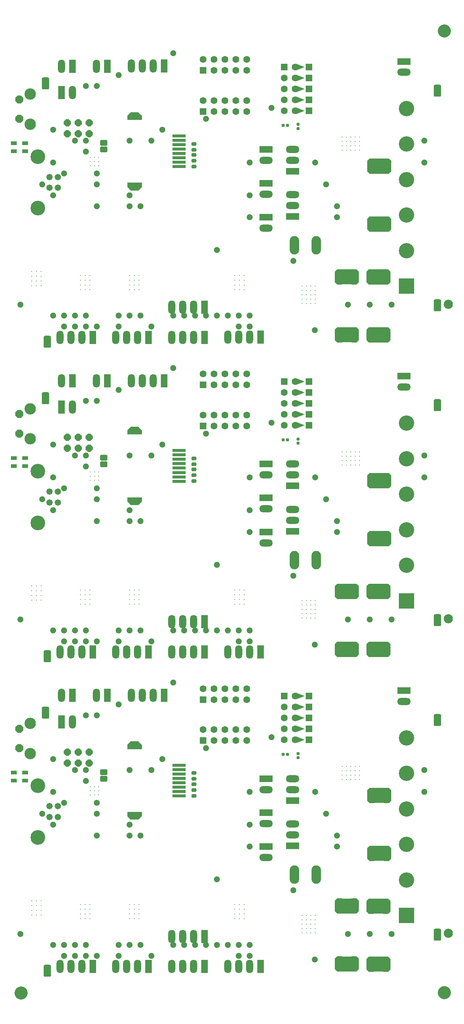
<source format=gbr>
G04 Generated on UCAM*
%FSLAX24Y24*%
%MOIN*%
%IPPOS*%
%ADD10C,0.05800*%
%ADD11C,0.06310*%
%AMCOM12*
4,1-$1,48,
-0.05935,0.00000,
-0.05884,0.00775,-0.05733,0.01536,-0.05483,0.02271,-0.05140,0.02968,-0.04709,0.03613,
-0.04197,0.04197,-0.03613,0.04709,-0.02968,0.05140,-0.02271,0.05483,-0.01536,0.05733,
-0.00775,0.05884,0.00000,0.05935,0.00775,0.05884,0.01536,0.05733,0.02271,0.05483,
0.02968,0.05140,0.03613,0.04709,0.04197,0.04197,0.04709,0.03613,0.05140,0.02968,
0.05483,0.02271,0.05733,0.01536,0.05884,0.00775,0.05935,0.00000,0.05884,-0.00775,
0.05733,-0.01536,0.05483,-0.02271,0.05140,-0.02968,0.04709,-0.03613,0.04197,-0.04197,
0.03613,-0.04709,0.02968,-0.05140,0.02271,-0.05483,0.01536,-0.05733,0.00775,-0.05884,
0.00000,-0.05935,-0.00775,-0.05884,-0.01536,-0.05733,-0.02271,-0.05483,-0.02968,-0.05140,
-0.03613,-0.04709,-0.04197,-0.04197,-0.04709,-0.03613,-0.05140,-0.02968,-0.05483,-0.02271,
-0.05733,-0.01536,-0.05884,-0.00775,-0.05935,0.00000,$2*
%
%ADD12COM12,0X0.00*%
%AMCOM13*
4,1-$1,17,
-0.01400,0.00660,
-0.01314,0.00980,-0.01080,0.01214,-0.00760,0.01300,0.00760,0.01300,0.01080,0.01214,
0.01314,0.00980,0.01400,0.00660,0.01400,-0.00660,0.01378,-0.00826,0.01250,-0.01071,
0.01030,-0.01240,0.00760,-0.01300,-0.00760,-0.01300,-0.01080,-0.01214,-0.01314,-0.00980,
-0.01400,-0.00660,-0.01400,0.00660,$2*
%
%ADD13COM13,0X0.00*%
%AMCOM14*
4,1-$1,17,
-0.01300,0.00760,
-0.01214,0.01080,-0.00980,0.01314,-0.00660,0.01400,0.00660,0.01400,0.00980,0.01314,
0.01214,0.01080,0.01300,0.00760,0.01300,-0.00760,0.01278,-0.00926,0.01150,-0.01171,
0.00930,-0.01340,0.00660,-0.01400,-0.00660,-0.01400,-0.00980,-0.01314,-0.01214,-0.01080,
-0.01300,-0.00760,-0.01300,0.00760,$2*
%
%ADD14COM14,0X0.00*%
%AMCOM15*
4,1-$1,23,
-0.02175,-0.00870,
-0.02174,-0.00840,-0.02173,-0.00811,-0.02170,-0.00782,-0.02170,0.00782,-0.02138,0.01109,
-0.01974,0.01395,-0.01707,0.01588,-0.01385,0.01655,0.01385,0.01655,0.01707,0.01588,
0.01974,0.01395,0.02138,0.01109,0.02170,0.00782,0.02170,-0.00782,0.02138,-0.01109,
0.01974,-0.01395,0.01707,-0.01588,0.01385,-0.01655,-0.01385,-0.01655,-0.01687,-0.01597,
-0.01943,-0.01427,-0.02115,-0.01172,-0.02175,-0.00870,$2*
%
%ADD15COM15,0X0.00*%
%AMCOM16*
4,1-$1,32,
-0.02700,0.00000,
-0.02648,0.00527,-0.02494,0.01033,-0.02245,0.01500,-0.01909,0.01909,-0.01500,0.02245,
-0.01033,0.02494,-0.00527,0.02648,0.00000,0.02700,0.00527,0.02648,0.01033,0.02494,
0.01500,0.02245,0.01909,0.01909,0.02245,0.01500,0.02494,0.01033,0.02648,0.00527,
0.02700,0.00000,0.02648,-0.00527,0.02494,-0.01033,0.02245,-0.01500,0.01909,-0.01909,
0.01500,-0.02245,0.01033,-0.02494,0.00527,-0.02648,0.00000,-0.02700,-0.00527,-0.02648,
-0.01033,-0.02494,-0.01500,-0.02245,-0.01909,-0.01909,-0.02245,-0.01500,-0.02494,-0.01033,
-0.02648,-0.00527,-0.02700,0.00000,$2*
%
%ADD16COM16,0X0.00*%
%ADD17R,0.06310X0.06310*%
%ADD18O,0.08650X0.16900*%
%AMCOM19*
4,1-$1,8,
-0.02170,-0.06850,
0.02170,-0.06850,0.04350,-0.04680,0.04350,0.04680,0.02170,0.06850,-0.02170,0.06850,
-0.04350,0.04680,-0.04350,-0.04680,-0.02170,-0.06850,$2*
%
%ADD19COM19,0X0.00*%
%AMBOXS*
$10=$1/2*$11=$2/2*$12=$10-$3*$13=$11-$4*
4,1-$6,8,0-$12,$11,$12,$11,$10,$13,$10,0-$13,$12,0-$11,0-$12,0-$11,0-$10,0-$13,0-$10,$13,0-$12,$11,$5*%
%ADD20BOXS,0.06596X0.06596X0.01932X0.01932X45.00X0*%
%ADD21C,0.13450*%
%ADD22BOXS,0.07400X0.07400X0.02167X0.02167X45.00X0*%
%ADD23C,0.10400*%
%ADD24R,0.12400X0.06400*%
%ADD25O,0.12400X0.06400*%
%ADD26R,0.06400X0.12400*%
%ADD27O,0.06400X0.12400*%
%ADD28C,0.14000*%
%ADD29R,0.14000X0.14000*%
%ADD30C,0.08400*%
%ADD31R,0.07040X0.03540*%
%ADD32R,0.12410X0.02800*%
%AMCOM33*
4,1-$1,25,
-0.03350,0.01150,
-0.03284,0.01567,-0.03092,0.01944,-0.02794,0.02242,-0.02417,0.02434,-0.02000,0.02500,
0.02000,0.02500,0.02417,0.02434,0.02794,0.02242,0.03092,0.01944,0.03284,0.01567,
0.03350,0.01150,0.03350,-0.01150,0.03324,-0.01413,0.03203,-0.01763,0.02991,-0.02066,
0.02705,-0.02301,0.02366,-0.02449,0.02000,-0.02500,-0.02000,-0.02500,-0.02417,-0.02434,
-0.02793,-0.02242,-0.03092,-0.01943,-0.03284,-0.01567,-0.03350,-0.01150,-0.03350,0.01150,$2*
%
%ADD33COM33,0X0.00*%
%ADD34R,0.05320X0.03750*%
%ADD35C,0.01000*%
%AMCOM36*
4,1-$1,36,
-0.03450,0.01155,
-0.03423,0.01433,-0.03340,0.01705,-0.03206,0.01956,-0.03026,0.02176,-0.02806,0.02356,
-0.02555,0.02490,-0.02283,0.02573,-0.02005,0.02600,0.02005,0.02600,0.02283,0.02573,
0.02555,0.02490,0.02806,0.02356,0.03026,0.02176,0.03206,0.01956,0.03340,0.01705,
0.03423,0.01433,0.03450,0.01155,0.03450,-0.01155,0.03423,-0.01433,0.03340,-0.01705,
0.03206,-0.01956,0.03026,-0.02176,0.02806,-0.02356,0.02555,-0.02490,0.02283,-0.02573,
0.02005,-0.02600,-0.02005,-0.02600,-0.02283,-0.02573,-0.02555,-0.02490,-0.02806,-0.02356,
-0.03026,-0.02176,-0.03206,-0.01956,-0.03340,-0.01705,-0.03423,-0.01433,-0.03450,-0.01155,
-0.03450,0.01155,$2*
%
%ADD36COM36,0X0.00*%
%SRX1Y1I0.0000J0.0000*%
%LN29384_ssmask*%
%LPD*%
D10*
X16427Y26665D03*
Y27657D03*
X15637D03*
Y26665D03*
X16427Y55445D03*
Y56437D03*
X15637D03*
Y55445D03*
X16427Y84224D03*
Y85216D03*
X15637D03*
Y84224D03*
D11*
X38135Y37726D03*
Y36726D03*
Y35726D03*
Y34726D03*
Y33726D03*
Y66506D03*
Y65506D03*
Y64506D03*
Y63506D03*
Y62506D03*
Y95285D03*
Y94285D03*
Y93285D03*
Y92285D03*
Y91285D03*
X29708Y38409D03*
X30708Y37408D03*
Y38409D03*
X31709Y37408D03*
Y38409D03*
X32708Y37408D03*
Y38409D03*
X33709Y37408D03*
Y38409D03*
X37135Y33726D03*
Y34726D03*
Y35726D03*
Y36726D03*
X33709Y34659D03*
Y33658D03*
X32708Y34659D03*
Y33658D03*
X31709Y34659D03*
Y33658D03*
X30708Y34659D03*
Y33658D03*
X29708Y34659D03*
Y67189D03*
X30708Y66188D03*
Y67189D03*
X31709Y66188D03*
Y67189D03*
X32708Y66188D03*
Y67189D03*
X33709Y66188D03*
Y67189D03*
X37135Y62506D03*
Y63506D03*
Y64506D03*
Y65506D03*
X33709Y63439D03*
Y62438D03*
X32708Y63439D03*
Y62438D03*
X31709Y63439D03*
Y62438D03*
X30708Y63439D03*
Y62438D03*
X29708Y63439D03*
Y95968D03*
X30708Y94967D03*
Y95968D03*
X31709Y94967D03*
Y95968D03*
X32708Y94967D03*
Y95968D03*
X33709Y94967D03*
Y95968D03*
X37135Y91285D03*
Y92285D03*
Y93285D03*
Y94285D03*
X33709Y92218D03*
Y91217D03*
X32708Y92218D03*
Y91217D03*
X31709Y92218D03*
Y91217D03*
X30708Y92218D03*
Y91217D03*
X29708Y92218D03*
D12*
X51800Y98572D03*
Y10600D03*
X13061Y10561D03*
D13*
X38407Y32088D03*
Y32467D03*
Y60868D03*
Y61247D03*
Y89647D03*
Y90026D03*
D14*
X37432Y32389D03*
X37053D03*
X37432Y61169D03*
X37053D03*
X37432Y89948D03*
X37053D03*
D15*
X28870Y29145D03*
Y28610D03*
Y29677D03*
Y29141D03*
Y30691D03*
Y30155D03*
Y57925D03*
Y57390D03*
Y58457D03*
Y57921D03*
Y59471D03*
Y58935D03*
Y86704D03*
Y86169D03*
Y87236D03*
Y86700D03*
Y88250D03*
Y87714D03*
D16*
X25968Y31969D03*
X32968Y13968D03*
X16968D03*
X17968D03*
X18968D03*
X19969D03*
X21969D03*
X24969D03*
X33969D03*
X41968Y23969D03*
X40968Y26969D03*
X39969Y28969D03*
X30968Y14969D03*
X32968D03*
X31969D03*
X33969D03*
X26969D03*
X28969D03*
X27968D03*
X29969D03*
X18968D03*
X22968D03*
X21969D03*
X23969D03*
X12968Y15969D03*
X39938Y13649D03*
X33969Y23969D03*
X35968Y33969D03*
X16968Y14969D03*
X15969D03*
X17968D03*
X16968Y27968D03*
X15969Y28969D03*
X19969Y35968D03*
X30968Y20968D03*
X25968Y60749D03*
X32968Y42748D03*
X16968D03*
X17968D03*
X18968D03*
X19969D03*
X21969D03*
X24969D03*
X33969D03*
X41968Y52749D03*
X40968Y55749D03*
X39969Y57749D03*
X30968Y43749D03*
X32968D03*
X31969D03*
X33969D03*
X26969D03*
X28969D03*
X27968D03*
X29969D03*
X18968D03*
X22968D03*
X21969D03*
X23969D03*
X12968Y44749D03*
X39938Y42429D03*
X33969Y52749D03*
X35968Y62749D03*
X16968Y43749D03*
X15969D03*
X17968D03*
X16968Y56748D03*
X15969Y57749D03*
X19969Y64748D03*
X30968Y49748D03*
X25968Y89528D03*
X32968Y71527D03*
X16968D03*
X17968D03*
X18968D03*
X19969D03*
X21969D03*
X24969D03*
X33969D03*
X41968Y81528D03*
X40968Y84528D03*
X39969Y86528D03*
X30968Y72528D03*
X32968D03*
X31969D03*
X33969D03*
X26969D03*
X28969D03*
X27968D03*
X29969D03*
X18968D03*
X22968D03*
X21969D03*
X23969D03*
X12968Y73528D03*
X39938Y71208D03*
X33969Y81528D03*
X35968Y91528D03*
X16968Y72528D03*
X15969D03*
X17968D03*
X16968Y85527D03*
X15969Y86528D03*
X19969Y93527D03*
X30968Y78527D03*
X33969Y25968D03*
Y28969D03*
X46968Y15969D03*
X44969D03*
X42969D03*
X26969Y38969D03*
X14969Y26969D03*
X15969Y25968D03*
X18968Y30968D03*
X15969Y31969D03*
X17968Y30968D03*
X18968Y29969D03*
X21978Y36969D03*
X18968Y35968D03*
X24969Y30968D03*
X29969Y32968D03*
X22968Y30968D03*
X41968Y24969D03*
X49969Y28969D03*
X37968Y19969D03*
X49969Y30968D03*
X19969Y24969D03*
Y26969D03*
Y27968D03*
X22968Y25968D03*
X23969Y24969D03*
X22968D03*
X33969Y54748D03*
Y57749D03*
X46968Y44749D03*
X44969D03*
X42969D03*
X26969Y67749D03*
X14969Y55749D03*
X15969Y54748D03*
X18968Y59748D03*
X15969Y60749D03*
X17968Y59748D03*
X18968Y58749D03*
X21978Y65749D03*
X18968Y64748D03*
X24969Y59748D03*
X29969Y61748D03*
X22968Y59748D03*
X41968Y53749D03*
X49969Y57749D03*
X37968Y48749D03*
X49969Y59748D03*
X19969Y53749D03*
Y55749D03*
Y56748D03*
X22968Y54748D03*
X23969Y53749D03*
X22968D03*
X33969Y83527D03*
Y86528D03*
X46968Y73528D03*
X44969D03*
X42969D03*
X26969Y96528D03*
X14969Y84528D03*
X15969Y83527D03*
X18968Y88527D03*
X15969Y89528D03*
X17968Y88527D03*
X18968Y87528D03*
X21978Y94528D03*
X18968Y93527D03*
X24969Y88527D03*
X29969Y90527D03*
X22968Y88527D03*
X41968Y82528D03*
X49969Y86528D03*
X37968Y77528D03*
X49969Y88527D03*
X19969Y82528D03*
Y84528D03*
Y85527D03*
X22968Y83527D03*
X23969Y82528D03*
X22968D03*
D17*
X29708Y37408D03*
Y33658D03*
Y66188D03*
Y62438D03*
Y94967D03*
Y91217D03*
X37135Y37726D03*
Y66506D03*
Y95285D03*
X39415Y37726D03*
Y36726D03*
Y35726D03*
Y34726D03*
Y33726D03*
Y66506D03*
Y65506D03*
Y64506D03*
Y63506D03*
Y62506D03*
Y95285D03*
Y94285D03*
Y93285D03*
Y92285D03*
Y91285D03*
D18*
X38078Y21398D03*
X40079D03*
X38078Y50178D03*
X40079D03*
X38078Y78957D03*
X40079D03*
D19*
X43558Y13222D03*
X42218D03*
Y18522D03*
X43558D03*
X45168Y28649D03*
X46508D03*
Y23349D03*
X45168D03*
X46459Y18519D03*
X45118D03*
Y13218D03*
X46459D03*
X43558Y42002D03*
X42218D03*
Y47302D03*
X43558D03*
X45168Y57429D03*
X46508D03*
Y52129D03*
X45168D03*
X46459Y47299D03*
X45118D03*
Y41998D03*
X46459D03*
X43558Y70781D03*
X42218D03*
Y76081D03*
X43558D03*
X45168Y86208D03*
X46508D03*
Y80908D03*
X45168D03*
X46459Y76078D03*
X45118D03*
Y70777D03*
X46459D03*
D20*
X17294Y31614D03*
Y32614D03*
X18294Y31614D03*
Y32614D03*
X19294Y31614D03*
Y32614D03*
X17294Y60394D03*
Y61394D03*
X18294Y60394D03*
Y61394D03*
X19294Y60394D03*
Y61394D03*
X17294Y89173D03*
Y90173D03*
X18294Y89173D03*
Y90173D03*
X19294Y89173D03*
Y90173D03*
D21*
X14567Y29528D03*
Y24795D03*
Y58308D03*
Y53575D03*
Y87087D03*
Y82354D03*
D22*
X12896Y34748D03*
Y32968D03*
Y63528D03*
Y61748D03*
Y92307D03*
Y90527D03*
D23*
X13876Y35238D03*
Y32478D03*
Y64018D03*
Y61258D03*
Y92797D03*
Y90037D03*
D24*
X37898Y24039D03*
X35472Y30185D03*
Y27075D03*
Y23965D03*
X48119Y38228D03*
X37908Y28179D03*
X37898Y52819D03*
X35472Y58965D03*
Y55855D03*
Y52745D03*
X48119Y67008D03*
X37908Y56959D03*
X37898Y81598D03*
X35472Y87744D03*
Y84634D03*
Y81524D03*
X48119Y95787D03*
X37908Y85738D03*
D25*
X37898Y25038D03*
Y26038D03*
X35472Y29185D03*
Y26075D03*
Y22965D03*
X48119Y37229D03*
X37908Y30178D03*
Y29179D03*
X37898Y53818D03*
Y54818D03*
X35472Y57965D03*
Y54855D03*
Y51745D03*
X48119Y66009D03*
X37908Y58958D03*
Y57959D03*
X37898Y82597D03*
Y83597D03*
X35472Y86744D03*
Y83634D03*
Y80524D03*
X48119Y94788D03*
X37908Y87737D03*
Y86738D03*
D26*
X20951Y37791D03*
X26131Y37795D03*
X19611Y12991D03*
X24729D03*
X29847Y15747D03*
Y12991D03*
X34969Y12995D03*
X16741Y35381D03*
X17741Y37791D03*
X20951Y66571D03*
X26131Y66575D03*
X19611Y41771D03*
X24729D03*
X29847Y44527D03*
Y41771D03*
X34969Y41775D03*
X16741Y64161D03*
X17741Y66571D03*
X20951Y95350D03*
X26131Y95354D03*
X19611Y70550D03*
X24729D03*
X29847Y73306D03*
Y70550D03*
X34969Y70554D03*
X16741Y92940D03*
X17741Y95350D03*
D27*
X19951Y37791D03*
X25131Y37795D03*
X24131D03*
X23131D03*
X16611Y12991D03*
X17611D03*
X18611D03*
X21729D03*
X22729D03*
X23729D03*
X26847Y15747D03*
X27847D03*
X28847D03*
X26847Y12991D03*
X27847D03*
X28847D03*
X31969Y12995D03*
X32969D03*
X33969D03*
X17741Y35381D03*
X16741Y37791D03*
X19951Y66571D03*
X25131Y66575D03*
X24131D03*
X23131D03*
X16611Y41771D03*
X17611D03*
X18611D03*
X21729D03*
X22729D03*
X23729D03*
X26847Y44527D03*
X27847D03*
X28847D03*
X26847Y41771D03*
X27847D03*
X28847D03*
X31969Y41775D03*
X32969D03*
X33969D03*
X17741Y64161D03*
X16741Y66571D03*
X19951Y95350D03*
X25131Y95354D03*
X24131D03*
X23131D03*
X16611Y70550D03*
X17611D03*
X18611D03*
X21729D03*
X22729D03*
X23729D03*
X26847Y73306D03*
X27847D03*
X28847D03*
X26847Y70550D03*
X27847D03*
X28847D03*
X31969Y70554D03*
X32969D03*
X33969D03*
X17741Y92940D03*
X16741Y95350D03*
D28*
X48338Y33914D03*
Y30663D03*
Y27413D03*
Y24163D03*
Y20914D03*
Y62694D03*
Y59443D03*
Y56193D03*
Y52943D03*
Y49694D03*
Y91473D03*
Y88222D03*
Y84972D03*
Y81722D03*
Y78473D03*
D29*
Y17664D03*
Y46444D03*
Y75223D03*
D30*
X52175Y16024D03*
Y44804D03*
Y73583D03*
D31*
X51190Y15895D03*
X15263Y36211D03*
X15443Y12601D03*
X51183Y35551D03*
X51190Y44675D03*
X15263Y64991D03*
X15443Y41381D03*
X51183Y64331D03*
X51190Y73454D03*
X15263Y93770D03*
X15443Y70160D03*
X51183Y93110D03*
D32*
X27502Y28604D03*
Y29809D03*
Y30210D03*
Y30612D03*
Y31013D03*
Y31415D03*
Y29407D03*
Y29006D03*
Y57384D03*
Y58589D03*
Y58990D03*
Y59392D03*
Y59793D03*
Y60195D03*
Y58187D03*
Y57786D03*
Y86163D03*
Y87368D03*
Y87769D03*
Y88171D03*
Y88572D03*
Y88974D03*
Y86966D03*
Y86565D03*
D33*
X51183Y15605D03*
Y16205D03*
X15271Y36501D03*
Y35901D03*
X15451Y12891D03*
Y12291D03*
X51191Y35841D03*
Y35241D03*
X51183Y44385D03*
Y44985D03*
X15271Y65281D03*
Y64681D03*
X15451Y41671D03*
Y41071D03*
X51191Y64621D03*
Y64021D03*
X51183Y73164D03*
Y73764D03*
X15271Y94060D03*
Y93460D03*
X15451Y70450D03*
Y69850D03*
X51191Y93400D03*
Y92800D03*
D34*
X12391Y30007D03*
Y30735D03*
X13411D03*
Y30007D03*
X12391Y58787D03*
Y59515D03*
X13411D03*
Y58787D03*
X12391Y87566D03*
Y88294D03*
X13411D03*
Y87566D03*
D35*
X43630Y30096D03*
X44030D03*
Y30496D03*
X43630D03*
Y30896D03*
X44030D03*
Y31296D03*
X43630D03*
X42830D03*
X42430D03*
Y30896D03*
X42830D03*
Y30496D03*
X42430D03*
Y30096D03*
X42830D03*
X43230D03*
Y30496D03*
Y31296D03*
Y30896D03*
X39977Y17285D03*
Y17685D03*
X39577D03*
Y17285D03*
X39177D03*
Y17685D03*
X38777D03*
Y17285D03*
Y16485D03*
Y16085D03*
X39177D03*
Y16485D03*
X39577D03*
Y16085D03*
X39977D03*
Y16485D03*
Y16885D03*
X39577D03*
X38777D03*
X39177D03*
X32625Y18659D03*
X33492Y17359D03*
X33059D03*
X32625D03*
X33492Y17793D03*
X33059D03*
X32625D03*
X33492Y18226D03*
X33059D03*
X32625D03*
X33492Y18659D03*
X33059D03*
X19769Y29069D03*
Y29443D03*
X19392Y29446D03*
X19396Y29069D03*
X19394Y28685D03*
X19769Y28694D03*
X20143D03*
Y29069D03*
Y29443D03*
X14445Y19019D03*
X14878D03*
X14012Y18586D03*
X14445D03*
X14878D03*
X14012Y18153D03*
X14445D03*
X14878D03*
X14012Y17719D03*
X14445D03*
X14878D03*
X14012Y19019D03*
X18918Y18659D03*
X19352D03*
X18485Y18226D03*
X18918D03*
X19352D03*
X18485Y17793D03*
X18918D03*
X19352D03*
X18485Y17359D03*
X18918D03*
X19352D03*
X18485Y18659D03*
X23419D03*
X23852D03*
X22985Y18226D03*
X23419D03*
X23852D03*
X22985Y17793D03*
X23419D03*
X23852D03*
X22985Y17359D03*
X23419D03*
X23852D03*
X22985Y18659D03*
X43630Y58876D03*
X44030D03*
Y59276D03*
X43630D03*
Y59676D03*
X44030D03*
Y60076D03*
X43630D03*
X42830D03*
X42430D03*
Y59676D03*
X42830D03*
Y59276D03*
X42430D03*
Y58876D03*
X42830D03*
X43230D03*
Y59276D03*
Y60076D03*
Y59676D03*
X39977Y46065D03*
Y46465D03*
X39577D03*
Y46065D03*
X39177D03*
Y46465D03*
X38777D03*
Y46065D03*
Y45265D03*
Y44865D03*
X39177D03*
Y45265D03*
X39577D03*
Y44865D03*
X39977D03*
Y45265D03*
Y45665D03*
X39577D03*
X38777D03*
X39177D03*
X32625Y47439D03*
X33492Y46139D03*
X33059D03*
X32625D03*
X33492Y46573D03*
X33059D03*
X32625D03*
X33492Y47006D03*
X33059D03*
X32625D03*
X33492Y47439D03*
X33059D03*
X19769Y57849D03*
Y58223D03*
X19392Y58226D03*
X19396Y57849D03*
X19394Y57465D03*
X19769Y57474D03*
X20143D03*
Y57849D03*
Y58223D03*
X14445Y47799D03*
X14878D03*
X14012Y47366D03*
X14445D03*
X14878D03*
X14012Y46933D03*
X14445D03*
X14878D03*
X14012Y46499D03*
X14445D03*
X14878D03*
X14012Y47799D03*
X18918Y47439D03*
X19352D03*
X18485Y47006D03*
X18918D03*
X19352D03*
X18485Y46573D03*
X18918D03*
X19352D03*
X18485Y46139D03*
X18918D03*
X19352D03*
X18485Y47439D03*
X23419D03*
X23852D03*
X22985Y47006D03*
X23419D03*
X23852D03*
X22985Y46573D03*
X23419D03*
X23852D03*
X22985Y46139D03*
X23419D03*
X23852D03*
X22985Y47439D03*
X43630Y87655D03*
X44030D03*
Y88055D03*
X43630D03*
Y88455D03*
X44030D03*
Y88855D03*
X43630D03*
X42830D03*
X42430D03*
Y88455D03*
X42830D03*
Y88055D03*
X42430D03*
Y87655D03*
X42830D03*
X43230D03*
Y88055D03*
Y88855D03*
Y88455D03*
X39977Y74844D03*
Y75244D03*
X39577D03*
Y74844D03*
X39177D03*
Y75244D03*
X38777D03*
Y74844D03*
Y74044D03*
Y73644D03*
X39177D03*
Y74044D03*
X39577D03*
Y73644D03*
X39977D03*
Y74044D03*
Y74444D03*
X39577D03*
X38777D03*
X39177D03*
X32625Y76218D03*
X33492Y74918D03*
X33059D03*
X32625D03*
X33492Y75352D03*
X33059D03*
X32625D03*
X33492Y75785D03*
X33059D03*
X32625D03*
X33492Y76218D03*
X33059D03*
X19769Y86628D03*
Y87002D03*
X19392Y87005D03*
X19396Y86628D03*
X19394Y86244D03*
X19769Y86253D03*
X20143D03*
Y86628D03*
Y87002D03*
X14445Y76578D03*
X14878D03*
X14012Y76145D03*
X14445D03*
X14878D03*
X14012Y75712D03*
X14445D03*
X14878D03*
X14012Y75278D03*
X14445D03*
X14878D03*
X14012Y76578D03*
X18918Y76218D03*
X19352D03*
X18485Y75785D03*
X18918D03*
X19352D03*
X18485Y75352D03*
X18918D03*
X19352D03*
X18485Y74918D03*
X18918D03*
X19352D03*
X18485Y76218D03*
X23419D03*
X23852D03*
X22985Y75785D03*
X23419D03*
X23852D03*
X22985Y75352D03*
X23419D03*
X23852D03*
X22985Y74918D03*
X23419D03*
X23852D03*
X22985Y76218D03*
G36*
X46289Y22655D02*
X45379D01*
Y24045*
X46289*
Y22655*
G37*
G36*
X46289Y27955D02*
X45379D01*
Y29345*
X46289*
Y27955*
G37*
G36*
X46289Y56735D02*
X45379D01*
Y58125*
X46289*
Y56735*
G37*
G36*
X46289Y80214D02*
X45379D01*
Y81604*
X46289*
Y80214*
G37*
G36*
X46289Y85514D02*
X45379D01*
Y86904*
X46289*
Y85514*
G37*
G36*
X46289Y51435D02*
X45379D01*
Y52825*
X46289*
Y51435*
G37*
G36*
X46239Y75384D02*
X45329D01*
Y76774*
X46239*
Y75384*
G37*
G36*
X46239Y17825D02*
X45329D01*
Y19215*
X46239*
Y17825*
G37*
G36*
X46239Y46605D02*
X45329D01*
Y47995*
X46239*
Y46605*
G37*
G36*
X46239Y41305D02*
X45329D01*
Y42695*
X46239*
Y41305*
G37*
G36*
X46239Y12525D02*
X45329D01*
Y13915*
X46239*
Y12525*
G37*
G36*
X46239Y70084D02*
X45329D01*
Y71474*
X46239*
Y70084*
G37*
G36*
X43338Y12529D02*
X42428D01*
Y13918*
X43338*
Y12529*
G37*
G36*
X43338Y17829D02*
X42428D01*
Y19218*
X43338*
Y17829*
G37*
G36*
X43338Y46609D02*
X42428D01*
Y47998*
X43338*
Y46609*
G37*
G36*
X43338Y41309D02*
X42428D01*
Y42698*
X43338*
Y41309*
G37*
G36*
X43338Y70088D02*
X42428D01*
Y71477*
X43338*
Y70088*
G37*
G36*
X43338Y75388D02*
X42428D01*
Y76777*
X43338*
Y75388*
G37*
G36*
X23084Y55207D02*
X22765Y55526D01*
Y55912*
X24104*
Y55526*
X24049Y55471*
X23785Y55207*
X23084*
G37*
G36*
X23785Y62372D02*
X24049Y62108D01*
X24104Y62053*
Y61667*
X22765*
Y62053*
X23084Y62372*
X23785*
G37*
G36*
X23785Y91151D02*
X24049Y90887D01*
X24104Y90832*
Y90446*
X22765*
Y90832*
X23084Y91151*
X23785*
G37*
G36*
X23084Y83986D02*
X22765Y84305D01*
Y84691*
X24104*
Y84305*
X24049Y84250*
X23785Y83986*
X23084*
G37*
G36*
X23785Y33592D02*
X24049Y33328D01*
X24104Y33273*
Y32887*
X22765*
Y33273*
X23084Y33592*
X23785*
G37*
G36*
X23084Y26427D02*
X22765Y26746D01*
Y27132*
X24104*
Y26746*
X24049Y26691*
X23785Y26427*
X23084*
G37*
G36*
X39025Y94285D02*
X38235Y93985D01*
X38355Y94105*
Y94465*
X38235Y94585*
X39025Y94285*
G37*
G36*
X39025Y93285D02*
X38235Y92985D01*
X38355Y93105*
Y93465*
X38235Y93585*
X39025Y93285*
G37*
G36*
X39025Y65506D02*
X38235Y65206D01*
X38355Y65326*
Y65686*
X38235Y65806*
X39025Y65506*
G37*
G36*
X39025Y63506D02*
X38235Y63206D01*
X38355Y63326*
Y63686*
X38235Y63806*
X39025Y63506*
G37*
G36*
X39025Y62506D02*
X38235Y62206D01*
X38355Y62326*
Y62686*
X38235Y62806*
X39025Y62506*
G37*
G36*
X39025Y37726D02*
X38235Y37426D01*
X38355Y37546*
Y37906*
X38235Y38026*
X39025Y37726*
G37*
G36*
X39025Y36726D02*
X38235Y36426D01*
X38355Y36546*
Y36906*
X38235Y37026*
X39025Y36726*
G37*
G36*
X39025Y35726D02*
X38235Y35426D01*
X38355Y35546*
Y35906*
X38235Y36026*
X39025Y35726*
G37*
G36*
X39025Y34726D02*
X38235Y34426D01*
X38355Y34546*
Y34906*
X38235Y35026*
X39025Y34726*
G37*
G36*
X39025Y33726D02*
X38235Y33426D01*
X38355Y33546*
Y33906*
X38235Y34026*
X39025Y33726*
G37*
G36*
X39025Y91285D02*
X38235Y90985D01*
X38355Y91105*
Y91465*
X38235Y91585*
X39025Y91285*
G37*
G36*
X39025Y92285D02*
X38235Y91985D01*
X38355Y92105*
Y92465*
X38235Y92585*
X39025Y92285*
G37*
G36*
X39025Y95285D02*
X38235Y94985D01*
X38355Y95105*
Y95465*
X38235Y95585*
X39025Y95285*
G37*
G36*
X39025Y64506D02*
X38235Y64206D01*
X38355Y64326*
Y64686*
X38235Y64806*
X39025Y64506*
G37*
G36*
X39025Y66506D02*
X38235Y66206D01*
X38355Y66326*
Y66686*
X38235Y66806*
X39025Y66506*
G37*
D36*
X20600Y30763D03*
Y30163D03*
Y59543D03*
Y58943D03*
Y88322D03*
Y87722D03*
%LPD*%
M02*
</source>
